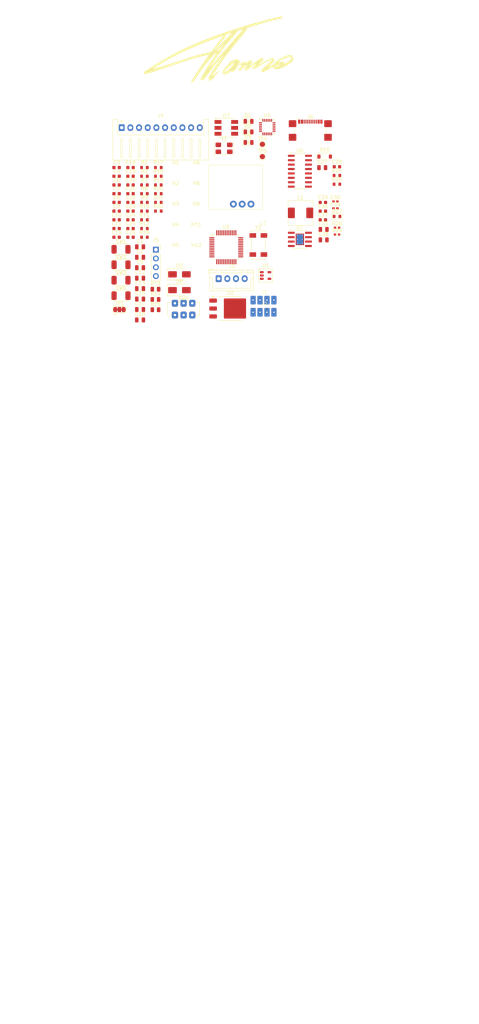
<source format=kicad_pcb>
(kicad_pcb (version 20241229) (generator "pcbnew") (generator_version "9.0")
  (layers (0 "F.Cu" signal) (2 "B.Cu" signal) (13 "F.Paste" user) (15 "B.Paste" user) (5 "F.SilkS" user "F.Silkscreen") (7 "B.SilkS" user "B.Silkscreen") (1 "F.Mask" user) (3 "B.Mask" user) (25 "Edge.Cuts" user))
  (net 0 "")
  (net 1 "+3.3V")
  (net 2 "GND")
  (net 3 "+5V")
  (net 4 "Net-(U4-REGOUT)")
  (net 5 "Net-(U4-CPOUT)")
  (net 6 "/NRST")
  (net 7 "/OSC_IN")
  (net 8 "/OSC_OUT")
  (net 9 "/RCC_IN")
  (net 10 "/RCC_OUT")
  (net 11 "/CN3903/Vsw")
  (net 12 "Net-(U7-SW)")
  (net 13 "Net-(U7-BST)")
  (net 14 "Net-(U7-FB)")
  (net 15 "Net-(D1-K)")
  (net 16 "Net-(D2-K)")
  (net 17 "Net-(D7-GK)")
  (net 18 "Net-(D7-RK)")
  (net 19 "Net-(D7-BK)")
  (net 20 "/VM")
  (net 21 "/Vb")
  (net 22 "Net-(D9-K)")
  (net 23 "/CH340C/VbusC")
  (net 24 "/ESC_M1")
  (net 25 "/ESC_M3")
  (net 26 "/ESC_M2")
  (net 27 "/Curr")
  (net 28 "/ESC_M4")
  (net 29 "/SWCLK")
  (net 30 "/SWDIO")
  (net 31 "/Data_2aux")
  (net 32 "/Data_SIG")
  (net 33 "/Data_S0")
  (net 34 "/Data_S3")
  (net 35 "/Data_S2")
  (net 36 "/Data_1aux")
  (net 37 "/Data_EN")
  (net 38 "/Data_S1")
  (net 40 "/CH340C/D+")
  (net 41 "/CH340C/CC1")
  (net 42 "/CH340C/CC2")
  (net 43 "/CH340C/D-")
  (net 45 "Net-(J5-Pin_4)")
  (net 46 "/LED_1")
  (net 47 "/LED_2")
  (net 48 "/PUSH_1")
  (net 49 "/PUSH_2")
  (net 50 "/RGB_B")
  (net 51 "/RGB_G")
  (net 52 "/RGB_R")
  (net 53 "/PUSH_3")
  (net 54 "Net-(U1-+)")
  (net 55 "/MPU_SCL")
  (net 56 "/MPU_SDA")
  (net 57 "Net-(U5-PB2)")
  (net 58 "Net-(SW5-B)")
  (net 59 "Net-(U5-BOOT0)")
  (net 60 "Net-(U7-EN)")
  (net 62 "/V_LiPo")
  (net 78 "/INT_MPU")
  (net 79 "/BL_TX")
  (net 80 "/IR")
  (net 81 "/BL_RX")
  (net 82 "/CH340C_TX")
  (net 83 "/CH340C_RX")
  (footprint "Capacitor_SMD:C_0603_1608Metric" (layer "F.Cu") (at 68.38 94.87)
    (property "Reference" "C8" (at 0 -1.43 0) (layer "F.SilkS"))
    (property "Value" "1uF")
    (pad "1" smd roundrect (at -0.775 0) (size 0.9 0.95) (layers "F.Cu" "F.Mask" "F.Paste") (net 1 "+3.3V"))
    (pad "2" smd roundrect (at 0.775 0) (size 0.9 0.95) (layers "F.Cu" "F.Mask" "F.Paste") (net 2 "GND"))
  )
  (footprint "Diode_SMD:D_SMA" (layer "F.Cu") (at 86.485 115.6)
    (property "Reference" "D3" (at 0 -2.5 0) (layer "F.SilkS"))
    (property "Value" "SS14")
    (pad "1" smd roundrect (at -2 0) (size 2.5 1.8) (layers "F.Cu" "F.Mask" "F.Paste") (roundrect_rratio 0.1388888889) (net 3 "+5V"))
    (pad "2" smd roundrect (at 2 0) (size 2.5 1.8) (layers "F.Cu" "F.Mask" "F.Paste") (roundrect_rratio 0.1388888889) (net 11 "/CN3903/Vsw"))
  )
  (footprint "Capacitor_SMD:C_0603_1608Metric" (layer "F.Cu") (at 127.83 99.9)
    (property "Reference" "C37" (at 0 -1.43 0) (layer "F.SilkS"))
    (property "Value" "10uF")
    (pad "1" smd roundrect (at -0.775 0) (size 0.9 0.95) (layers "F.Cu" "F.Mask" "F.Paste") (net 21 "/Vb"))
    (pad "2" smd roundrect (at 0.775 0) (size 0.9 0.95) (layers "F.Cu" "F.Mask" "F.Paste") (net 2 "GND"))
  )
  (footprint "Connector_JST:JST_XH_S10B-XH-A_1x10_P2.50mm_Horizontal" (layer "F.Cu") (at 69.85 73.35)
    (property "Reference" "J4" (at 11.25 -3.51 0) (layer "F.SilkS"))
    (property "Value" "Sensors")
    (pad "1" thru_hole roundrect (at 0 0) (size 1.7 1.95) (drill 0.95) (layers "*.Cu" "*.Mask") (roundrect_rratio 0.147059) (net 31 "/Data_2aux"))
    (pad "2" thru_hole oval (at 2.5 0) (size 1.7 1.95) (drill 0.95) (layers "*.Cu" "*.Mask") (net 36 "/Data_1aux"))
    (pad "3" thru_hole oval (at 5 0) (size 1.7 1.95) (drill 0.95) (layers "*.Cu" "*.Mask") (net 32 "/Data_SIG"))
    (pad "4" thru_hole oval (at 7.5 0) (size 1.7 1.95) (drill 0.95) (layers "*.Cu" "*.Mask") (net 34 "/Data_S3"))
    (pad "5" thru_hole oval (at 10 0) (size 1.7 1.95) (drill 0.95) (layers "*.Cu" "*.Mask") (net 35 "/Data_S2"))
    (pad "6" thru_hole oval (at 12.5 0) (size 1.7 1.95) (drill 0.95) (layers "*.Cu" "*.Mask") (net 38 "/Data_S1"))
    (pad "7" thru_hole oval (at 15 0) (size 1.7 1.95) (drill 0.95) (layers "*.Cu" "*.Mask") (net 33 "/Data_S0"))
    (pad "8" thru_hole oval (at 17.5 0) (size 1.7 1.95) (drill 0.95) (layers "*.Cu" "*.Mask") (net 37 "/Data_EN"))
    (pad "9" thru_hole oval (at 20 0) (size 1.7 1.95) (drill 0.95) (layers "*.Cu" "*.Mask") (net 1 "+3.3V"))
    (pad "10" thru_hole oval (at 22.5 0) (size 1.7 1.95) (drill 0.95) (layers "*.Cu" "*.Mask") (net 2 "GND"))
  )
  (footprint "MixLib:LED_0805_2012Metric" (layer "F.Cu") (at 106.27 71.555)
    (property "Reference" "D1" (at -0.07 -1.82 0) (layer "F.SilkS"))
    (property "Value" "LED_1")
    (pad "1" smd roundrect (at -0.7875 -0.02) (size 0.975 1.4) (layers "F.Cu" "F.Mask" "F.Paste") (net 15 "Net-(D1-K)"))
    (pad "2" smd roundrect (at 1.0875 -0.02) (size 0.975 1.4) (layers "F.Cu" "F.Mask" "F.Paste") (net 1 "+3.3V"))
  )
  (footprint "MountingHole:MountingHole_2.2mm_M2" (layer "F.Cu") (at 85.39 86.55)
    (property "Reference" "H1" (at 0 -3.15 0) (layer "F.SilkS"))
    (property "Value" "M2")
    (pad "" np_thru_hole circle (at 0 0) (size 2.2 2.2) (drill 2.2) (layers "*.Cu" "*.Mask"))
  )
  (footprint "Capacitor_SMD:C_0603_1608Metric" (layer "F.Cu") (at 127.83 94.88)
    (property "Reference" "C29" (at 0 -1.43 0) (layer "F.SilkS"))
    (property "Value" "100nF")
    (pad "1" smd roundrect (at -0.775 0) (size 0.9 0.95) (layers "F.Cu" "F.Mask" "F.Paste") (net 21 "/Vb"))
    (pad "2" smd roundrect (at 0.775 0) (size 0.9 0.95) (layers "F.Cu" "F.Mask" "F.Paste") (net 2 "GND"))
  )
  (footprint "TestPoint:TestPoint_Pad_D1.5mm" (layer "F.Cu") (at 110.4 81.69)
    (property "Reference" "TP5" (at 0 -1.648 0) (layer "F.SilkS"))
    (property "Value" "3V3")
    (pad "1" smd circle (at 0 0) (size 1.5 1.5) (layers "F.Cu" "F.Mask") (net 1 "+3.3V"))
  )
  (footprint "MountingHole:MountingHole_2.2mm_M2" (layer "F.Cu") (at 85.39 92.5)
    (property "Reference" "H2" (at 0 -3.15 0) (layer "F.SilkS"))
    (property "Value" "M2")
    (pad "" np_thru_hole circle (at 0 0) (size 2.2 2.2) (drill 2.2) (layers "*.Cu" "*.Mask"))
  )
  (footprint "Capacitor_SMD:C_0603_1608Metric" (layer "F.Cu") (at 72.39 104.91)
    (property "Reference" "C26" (at 0 -1.43 0) (layer "F.SilkS"))
    (property "Value" "100nF")
    (pad "1" smd roundrect (at -0.775 0) (size 0.9 0.95) (layers "F.Cu" "F.Mask" "F.Paste") (net 1 "+3.3V"))
    (pad "2" smd roundrect (at 0.775 0) (size 0.9 0.95) (layers "F.Cu" "F.Mask" "F.Paste") (net 2 "GND"))
  )
  (footprint "Resistor_SMD:R_0603_1608Metric" (layer "F.Cu") (at 76.4 102.4)
    (property "Reference" "R12" (at 0 -1.43 0) (layer "F.SilkS"))
    (property "Value" "10k")
    (pad "1" smd roundrect (at -0.825 0) (size 0.8 0.95) (layers "F.Cu" "F.Mask" "F.Paste") (net 2 "GND"))
    (pad "2" smd roundrect (at 0.825 0) (size 0.8 0.95) (layers "F.Cu" "F.Mask" "F.Paste") (net 53 "/PUSH_3"))
  )
  (footprint "Capacitor_SMD:C_0805_2012Metric" (layer "F.Cu") (at 75.15 122.72)
    (property "Reference" "C15" (at 0 -1.68 0) (layer "F.SilkS"))
    (property "Value" "1uF")
    (pad "1" smd roundrect (at -0.95 0) (size 1 1.45) (layers "F.Cu" "F.Mask" "F.Paste") (net 1 "+3.3V"))
    (pad "2" smd roundrect (at 0.95 0) (size 1 1.45) (layers "F.Cu" "F.Mask" "F.Paste") (net 2 "GND"))
  )
  (footprint "MountingHole:MountingHole_2.2mm_M2" (layer "F.Cu") (at 85.39 98.45)
    (property "Reference" "H3" (at 0 -3.15 0) (layer "F.SilkS"))
    (property "Value" "M2")
    (pad "" np_thru_hole circle (at 0 0) (size 2.2 2.2) (drill 2.2) (layers "*.Cu" "*.Mask"))
  )
  (footprint "Resistor_SMD:R_0603_1608Metric" (layer "F.Cu") (at 80.41 87.34)
    (property "Reference" "R18" (at 0 -1.43 0) (layer "F.SilkS"))
    (property "Value" "4.7k")
    (pad "1" smd roundrect (at -0.825 0) (size 0.8 0.95) (layers "F.Cu" "F.Mask" "F.Paste") (net 56 "/MPU_SDA"))
    (pad "2" smd roundrect (at 0.825 0) (size 0.8 0.95) (layers "F.Cu" "F.Mask" "F.Paste") (net 1 "+3.3V"))
  )
  (footprint "Package_QFP:LQFP-48_7x7mm_P0.5mm" (layer "F.Cu") (at 99.99 107.8)
    (property "Reference" "U5" (at 0 -5.85 0) (layer "F.SilkS"))
    (property "Value" "STM32F103C8Tx")
    (pad "1" smd roundrect (at -4.1625 -2.75) (size 1.475 0.3) (layers "F.Cu" "F.Mask" "F.Paste") (net 1 "+3.3V"))
    (pad "2" smd roundrect (at -4.1625 -2.25) (size 1.475 0.3) (layers "F.Cu" "F.Mask" "F.Paste"))
    (pad "3" smd roundrect (at -4.1625 -1.75) (size 1.475 0.3) (layers "F.Cu" "F.Mask" "F.Paste") (net 9 "/RCC_IN"))
    (pad "4" smd roundrect (at -4.1625 -1.25) (size 1.475 0.3) (layers "F.Cu" "F.Mask" "F.Paste") (net 10 "/RCC_OUT"))
    (pad "5" smd roundrect (at -4.1625 -0.75) (size 1.475 0.3) (layers "F.Cu" "F.Mask" "F.Paste") (net 7 "/OSC_IN"))
    (pad "6" smd roundrect (at -4.1625 -0.25) (size 1.475 0.3) (layers "F.Cu" "F.Mask" "F.Paste") (net 8 "/OSC_OUT"))
    (pad "7" smd roundrect (at -4.1625 0.25) (size 1.475 0.3) (layers "F.Cu" "F.Mask" "F.Paste") (net 6 "/NRST"))
    (pad "8" smd roundrect (at -4.1625 0.75) (size 1.475 0.3) (layers "F.Cu" "F.Mask" "F.Paste") (net 2 "GND"))
    (pad "9" smd roundrect (at -4.1625 1.25) (size 1.475 0.3) (layers "F.Cu" "F.Mask" "F.Paste") (net 1 "+3.3V"))
    (pad "10" smd roundrect (at -4.1625 1.75) (size 1.475 0.3) (layers "F.Cu" "F.Mask" "F.Paste") (net 37 "/Data_EN"))
    (pad "11" smd roundrect (at -4.1625 2.25) (size 1.475 0.3) (layers "F.Cu" "F.Mask" "F.Paste") (net 33 "/Data_S0"))
    (pad "12" smd roundrect (at -4.1625 2.75) (size 1.475 0.3) (layers "F.Cu" "F.Mask" "F.Paste") (net 38 "/Data_S1"))
    (pad "13" smd roundrect (at -2.75 4.1625) (size 0.3 1.475) (layers "F.Cu" "F.Mask" "F.Paste") (net 35 "/Data_S2"))
    (pad "14" smd roundrect (at -2.25 4.1625) (size 0.3 1.475) (layers "F.Cu" "F.Mask" "F.Paste") (net 34 "/Data_S3"))
    (pad "15" smd roundrect (at -1.75 4.1625) (size 0.3 1.475) (layers "F.Cu" "F.Mask" "F.Paste") (net 32 "/Data_SIG"))
    (pad "16" smd roundrect (at -1.25 4.1625) (size 0.3 1.475) (layers "F.Cu" "F.Mask" "F.Paste") (net 36 "/Data_1aux"))
    (pad "17" smd roundrect (at -0.75 4.1625) (size 0.3 1.475) (layers "F.Cu" "F.Mask" "F.Paste") (net 31 "/Data_2aux"))
    (pad "18" smd roundrect (at -0.25 4.1625) (size 0.3 1.475) (layers "F.Cu" "F.Mask" "F.Paste") (net 62 "/V_LiPo"))
    (pad "19" smd roundrect (at 0.25 4.1625) (size 0.3 1.475) (layers "F.Cu" "F.Mask" "F.Paste") (net 27 "/Curr"))
    (pad "20" smd roundrect (at 0.75 4.1625) (size 0.3 1.475) (layers "F.Cu" "F.Mask" "F.Paste") (net 57 "Net-(U5-PB2)"))
    (pad "21" smd roundrect (at 1.25 4.1625) (size 0.3 1.475) (layers "F.Cu" "F.Mask" "F.Paste") (net 81 "/BL_RX"))
    (pad "22" smd roundrect (at 1.75 4.1625) (size 0.3 1.475) (layers "F.Cu" "F.Mask" "F.Paste") (net 79 "/BL_TX"))
    (pad "23" smd roundrect (at 2.25 4.1625) (size 0.3 1.475) (layers "F.Cu" "F.Mask" "F.Paste") (net 2 "GND"))
    (pad "24" smd roundrect (at 2.75 4.1625) (size 0.3 1.475) (layers "F.Cu" "F.Mask" "F.Paste") (net 1 "+3.3V"))
    (pad "25" smd roundrect (at 4.1625 2.75) (size 1.475 0.3) (layers "F.Cu" "F.Mask" "F.Paste") (net 48 "/PUSH_1"))
    (pad "26" smd roundrect (at 4.1625 2.25) (size 1.475 0.3) (layers "F.Cu" "F.Mask" "F.Paste") (net 49 "/PUSH_2"))
    (pad "27" smd roundrect (at 4.1625 1.75) (size 1.475 0.3) (layers "F.Cu" "F.Mask" "F.Paste") (net 53 "/PUSH_3"))
    (pad "28" smd roundrect (at 4.1625 1.25) (size 1.475 0.3) (layers "F.Cu" "F.Mask" "F.Paste") (net 47 "/LED_2"))
    (pad "29" smd roundrect (at 4.1625 0.75) (size 1.475 0.3) (layers "F.Cu" "F.Mask" "F.Paste") (net 50 "/RGB_B"))
    (pad "30" smd roundrect (at 4.1625 0.25) (size 1.475 0.3) (layers "F.Cu" "F.Mask" "F.Paste") (net 83 "/CH340C_RX"))
    (pad "31" smd roundrect (at 4.1625 -0.25) (size 1.475 0.3) (layers "F.Cu" "F.Mask" "F.Paste") (net 82 "/CH340C_TX"))
    (pad "32" smd roundrect (at 4.1625 -0.75) (size 1.475 0.3) (layers "F.Cu" "F.Mask" "F.Paste") (net 51 "/RGB_G"))
    (pad "33" smd roundrect (at 4.1625 -1.25) (size 1.475 0.3) (layers "F.Cu" "F.Mask" "F.Paste") (net 52 "/RGB_R"))
    (pad "34" smd roundrect (at 4.1625 -1.75) (size 1.475 0.3) (layers "F.Cu" "F.Mask" "F.Paste") (net 30 "/SWDIO"))
    (pad "35" smd roundrect (at 4.1625 -2.25) (size 1.475 0.3) (layers "F.Cu" "F.Mask" "F.Paste") (net 2 "GND"))
    (pad "36" smd roundrect (at 4.1625 -2.75) (size 1.475 0.3) (layers "F.Cu" "F.Mask" "F.Paste") (net 1 "+3.3V"))
    (pad "37" smd roundrect (at 2.75 -4.1625) (size 0.3 1.475) (layers "F.Cu" "F.Mask" "F.Paste") (net 29 "/SWCLK"))
    (pad "38" smd roundrect (at 2.25 -4.1625) (size 0.3 1.475) (layers "F.Cu" "F.Mask" "F.Paste") (net 46 "/LED_1"))
    (pad "39" smd roundrect (at 1.75 -4.1625) (size 0.3 1.475) (layers "F.Cu" "F.Mask" "F.Paste") (net 28 "/ESC_M4"))
    (pad "40" smd roundrect (at 1.25 -4.1625) (size 0.3 1.475) (layers "F.Cu" "F.Mask" "F.Paste") (net 25 "/ESC_M3"))
    (pad "41" smd roundrect (at 0.75 -4.1625) (size 0.3 1.475) (layers "F.Cu" "F.Mask" "F.Paste") (net 26 "/ESC_M2"))
    (pad "42" smd roundrect (at 0.25 -4.1625) (size 0.3 1.475) (layers "F.Cu" "F.Mask" "F.Paste") (net 24 "/ESC_M1"))
    (pad "43" smd roundrect (at -0.25 -4.1625) (size 0.3 1.475) (layers "F.Cu" "F.Mask" "F.Paste") (net 80 "/IR"))
    (pad "44" smd roundrect (at -0.75 -4.1625) (size 0.3 1.475) (layers "F.Cu" "F.Mask" "F.Paste") (net 59 "Net-(U5-BOOT0)"))
    (pad "45" smd roundrect (at -1.25 -4.1625) (size 0.3 1.475) (layers "F.Cu" "F.Mask" "F.Paste") (net 55 "/MPU_SCL"))
    (pad "46" smd roundrect (at -1.75 -4.1625) (size 0.3 1.475) (layers "F.Cu" "F.Mask" "F.Paste") (net 56 "/MPU_SDA"))
    (pad "47" smd roundrect (at -2.25 -4.1625) (size 0.3 1.475) (layers "F.Cu" "F.Mask" "F.Paste") (net 2 "GND"))
    (pad "48" smd roundrect (at -2.75 -4.1625) (size 0.3 1.475) (layers "F.Cu" "F.Mask" "F.Paste") (net 1 "+3.3V"))
  )
  (footprint "Crystal:Crystal_SMD_Abracon_ABS25-4Pin_8.0x3.8mm" (layer "F.Cu") (at 109.24 107.15)
    (property "Reference" "Y2" (at 0 -5.08 0) (layer "F.SilkS"))
    (property "Value" "32.768KHz")
    (pad "1" smd rect (at -1.6 -2.75 270) (size 1.3 1.9) (layers "F.Cu" "F.Mask" "F.Paste") (net 9 "/RCC_IN"))
    (pad "2" smd rect (at -1.6 2.75 270) (size 1.3 1.9) (layers "F.Cu" "F.Mask" "F.Paste") (net 2 "GND"))
    (pad "3" smd rect (at 1.6 2.75 270) (size 1.3 1.9) (layers "F.Cu" "F.Mask" "F.Paste") (net 2 "GND"))
    (pad "4" smd rect (at 1.6 -2.75 270) (size 1.3 1.9) (layers "F.Cu" "F.Mask" "F.Paste") (net 10 "/RCC_OUT"))
  )
  (footprint "Resistor_SMD:R_0402_1005Metric_Pad0.72x0.64mm_HandSolder" (layer "F.Cu") (at 131.91 102.15)
    (property "Reference" "R28" (at 0 -1.17 0) (layer "F.SilkS"))
    (property "Value" "60k")
    (pad "1" smd roundrect (at -0.5975 0) (size 0.715 0.64) (layers "F.Cu" "F.Mask" "F.Paste") (net 11 "/CN3903/Vsw"))
    (pad "2" smd roundrect (at 0.5975 0) (size 0.715 0.64) (layers "F.Cu" "F.Mask" "F.Paste") (net 14 "Net-(U7-FB)"))
  )
  (footprint "PCM_Package_TO_SOT_SMD_AKL:SOT-23-5" (layer "F.Cu") (at 111.325 115.935)
    (property "Reference" "U1" (at 0 -2.9 0) (layer "F.SilkS"))
    (property "Value" "TL071HIDBV" (hide yes))
    (pad "1" smd roundrect (at -1.1 -0.95) (size 1.06 0.65) (layers "F.Cu" "F.Mask" "F.Paste") (net 62 "/V_LiPo"))
    (pad "2" smd roundrect (at -1.1 0) (size 1.06 0.65) (layers "F.Cu" "F.Mask" "F.Paste"))
    (pad "3" smd roundrect (at -1.1 0.95) (size 1.06 0.65) (layers "F.Cu" "F.Mask" "F.Paste") (net 54 "Net-(U1-+)"))
    (pad "4" smd roundrect (at 1.1 0.95) (size 1.06 0.65) (layers "F.Cu" "F.Mask" "F.Paste") (net 62 "/V_LiPo"))
    (pad "5" smd roundrect (at 1.1 -0.95) (size 1.06 0.65) (layers "F.Cu" "F.Mask" "F.Paste"))
  )
  (footprint "MixLib:SW_Push_Sw-3424p_Handsolder" (layer "F.Cu") (at 69.65 117.29)
    (property "Reference" "SW3" (at 0 -2.25 0) (layer "F.SilkS"))
    (property "Value" "PUSH_3")
    (pad "1" smd roundrect (at -2 0) (size 1.5 2.5) (layers "F.Cu" "F.Mask" "F.Paste") (net 1 "+3.3V"))
    (pad "2" smd roundrect (at 2 0) (size 1.5 2.5) (layers "F.Cu" "F.Mask" "F.Paste") (net 53 "/PUSH_3"))
  )
  (footprint "Resistor_SMD:R_0603_1608Metric" (layer "F.Cu") (at 76.4 99.89)
    (property "Reference" "R11" (at 0 -1.43 0) (layer "F.SilkS"))
    (property "Value" "1k")
    (pad "1" smd roundrect (at -0.825 0) (size 0.8 0.95) (layers "F.Cu" "F.Mask" "F.Paste") (net 18 "Net-(D7-RK)"))
    (pad "2" smd roundrect (at 0.825 0) (size 0.8 0.95) (layers "F.Cu" "F.Mask" "F.Paste") (net 52 "/RGB_R"))
  )
  (footprint "MountingHole:MountingHole_2.2mm_M2" (layer "F.Cu") (at 85.39 104.4)
    (property "Reference" "H4" (at 0 -3.15 0) (layer "F.SilkS"))
    (property "Value" "M2")
    (pad "" np_thru_hole circle (at 0 0) (size 2.2 2.2) (drill 2.2) (layers "*.Cu" "*.Mask"))
  )
  (footprint "MountingHole:MountingHole_2.2mm_M2" (layer "F.Cu") (at 91.34 110.35)
    (property "Reference" "H12" (at 0 -3.15 0) (layer "F.SilkS"))
    (property "Value" "M2")
    (pad "" np_thru_hole circle (at 0 0) (size 2.2 2.2) (drill 2.2) (layers "*.Cu" "*.Mask"))
  )
  (footprint "Capacitor_SMD:C_0603_1608Metric" (layer "F.Cu") (at 72.39 97.38)
    (property "Reference" "C23" (at 0 -1.43 0) (layer "F.SilkS"))
    (property "Value" "100nF")
    (pad "1" smd roundrect (at -0.775 0) (size 0.9 0.95) (layers "F.Cu" "F.Mask" "F.Paste") (net 1 "+3.3V"))
    (pad "2" smd roundrect (at 0.775 0) (size 0.9 0.95) (layers "F.Cu" "F.Mask" "F.Paste") (net 2 "GND"))
  )
  (footprint "MixLib:SW_Push_Sw-3424p_Handsolder" (layer "F.Cu") (at 69.65 108.39)
    (property "Reference" "SW1" (at 0 -2.25 0) (layer "F.SilkS"))
    (property "Value" "PUSH_1")
    (pad "1" smd roundrect (at -2 0) (size 1.5 2.5) (layers "F.Cu" "F.Mask" "F.Paste") (net 1 "+3.3V"))
    (pad "2" smd roundrect (at 2 0) (size 1.5 2.5) (layers "F.Cu" "F.Mask" "F.Paste") (net 48 "/PUSH_1"))
  )
  (footprint "Resistor_SMD:R_0805_2012Metric" (layer "F.Cu") (at 79.58 122.84)
    (property "Reference" "R14" (at 0 -1.65 0) (layer "F.SilkS"))
    (property "Value" "100k")
    (pad "1" smd roundrect (at -0.9125 0) (size 1.025 1.4) (layers "F.Cu" "F.Mask" "F.Paste") (roundrect_rratio 0.243902) (net 54 "Net-(U1-+)"))
    (pad "2" smd roundrect (at 0.9125 0) (size 1.025 1.4) (layers "F.Cu" "F.Mask" "F.Paste") (roundrect_rratio 0.243902) (net 2 "GND"))
  )
  (footprint "Capacitor_SMD:C_0603_1608Metric" (layer "F.Cu") (at 72.39 89.85)
    (property "Reference" "C20" (at 0 -1.43 0) (layer "F.SilkS"))
    (property "Value" "100nF")
    (pad "1" smd roundrect (at -0.775 0) (size 0.9 0.95) (layers "F.Cu" "F.Mask" "F.Paste") (net 1 "+3.3V"))
    (pad "2" smd roundrect (at 0.775 0) (size 0.9 0.95) (layers "F.Cu" "F.Mask" "F.Paste") (net 2 "GND"))
  )
  (footprint "Jumper:SolderJumper-3_P1.3mm_Bridged123_RoundedPad1.0x1.5mm" (layer "F.Cu") (at 69.2 125.74)
    (property "Reference" "JP1" (at 0 -1.8 0) (layer "F.SilkS"))
    (property "Value" "BL_PW")
    (fp_poly (pts (xy -0.9 -0.3) (xy -0.4 -0.3) (xy -0.4 0.3) (xy -0.9 0.3)) (fill yes) (layer "F.Cu"))
    (fp_poly (pts (xy 0.4 -0.3) (xy 0.9 -0.3) (xy 0.9 0.3) (xy 0.4 0.3)) (fill yes) (layer "F.Cu"))
    (pad "1" smd custom (at -1.3 0) (size 1 0.5) (layers "F.Cu" "F.Mask") (net 45 "Net-(J5-Pin_4)") (options (clearance outline) (anchor rect)) (primitives (gr_circle (center 0 0.25) (end 0.5 0.25) (width 0) (fill yes)) (gr_circle (center 0 -0.25) (end 0.5 -0.25) (width 0) (fill yes)) (gr_poly (pts (xy 0.55 0.75) (xy 0 0.75) (xy 0 -0.75) (xy 0.55 -0.75)) (width 0) (fill yes))))
    (pad "2" smd rect (at 0 0) (size 1 1.5) (layers "F.Cu" "F.Mask") (net 3 "+5V"))
    (pad "3" smd custom (at 1.3 0) (size 1 0.5) (layers "F.Cu" "F.Mask") (net 1 "+3.3V") (options (clearance outline) (anchor rect)) (primitives (gr_circle (center 0 0.25) (end 0.5 0.25) (width 0) (fill yes)) (gr_circle (center 0 -0.25) (end 0.5 -0.25) (width 0) (fill yes)) (gr_poly (pts (xy 0 0.75) (xy -0.55 0.75) (xy -0.55 -0.75) (xy 0 -0.75)) (width 0) (fill yes))))
  )
  (footprint "Resistor_SMD:R_0603_1608Metric" (layer "F.Cu") (at 131.88 87.12)
    (property "Reference" "R24" (at 0 -1.43 0) (layer "F.SilkS"))
    (property "Value" "5.1k")
    (pad "1" smd roundrect (at -0.825 0) (size 0.8 0.95) (layers "F.Cu" "F.Mask" "F.Paste") (net 2 "GND"))
    (pad "2" smd roundrect (at 0.825 0) (size 0.8 0.95) (layers "F.Cu" "F.Mask" "F.Paste") (net 41 "/CH340C/CC1"))
  )
  (footprint "Package_SO:SOIC-8-1EP_3.9x4.9mm_P1.27mm_EP2.41x3.3mm_ThermalVias" (layer "F.Cu") (at 121.2 105.53)
    (property "Reference" "U7" (at 0 -3.4 0) (layer "F.SilkS"))
    (property "Value" "CN3903")
    (pad "1" smd roundrect (at -2.475 -1.905) (size 1.95 0.6) (layers "F.Cu" "F.Mask" "F.Paste") (net 13 "Net-(U7-BST)"))
    (pad "2" smd roundrect (at -2.475 -0.635) (size 1.95 0.6) (layers "F.Cu" "F.Mask" "F.Paste") (net 21 "/Vb"))
    (pad "3" smd roundrect (at -2.475 0.635) (size 1.95 0.6) (layers "F.Cu" "F.Mask" "F.Paste") (net 12 "Net-(U7-SW)"))
    (pad "4" smd roundrect (at -2.475 1.905) (size 1.95 0.6) (layers "F.Cu" "F.Mask" "F.Paste") (net 2 "GND"))
    (pad "5" smd roundrect (at 2.475 1.905) (size 1.95 0.6) (layers "F.Cu" "F.Mask" "F.Paste") (net 14 "Net-(U7-FB)"))
    (pad "6" smd roundrect (at 2.475 0.635) (size 1.95 0.6) (layers "F.Cu" "F.Mask" "F.Paste"))
    (pad "7" smd roundrect (at 2.475 -0.635) (size 1.95 0.6) (layers "F.Cu" "F.Mask" "F.Paste") (net 60 "Net-(U7-EN)"))
    (pad "8" smd roundrect (at 2.475 -1.905) (size 1.95 0.6) (layers "F.Cu" "F.Mask" "F.Paste"))
    (pad "9" thru_hole circle (at -0.7 -1.2) (size 0.5 0.5) (drill 0.2) (property pad_prop_heatsink) (layers "*.Cu") (net 2 "GND"))
    (pad "9" thru_hole circle (at -0.7 0) (size 0.5 0.5) (drill 0.2) (property pad_prop_heatsink) (layers "*.Cu") (net 2 "GND"))
    (pad "9" thru_hole circle (at -0.7 1.2) (size 0.5 0.5) (drill 0.2) (property pad_prop_heatsink) (layers "*.Cu") (net 2 "GND"))
    (pad "9" smd rect (at 0 0) (size 1.9 2.9) (property pad_prop_heatsink) (layers "B.Cu") (net 2 "GND"))
    (pad "9" smd rect (at 0 0) (size 2.41 3.3) (property pad_prop_heatsink) (layers "F.Cu" "F.Mask") (net 2 "GND"))
    (pad "9" thru_hole circle (at 0.7 -1.2) (size 0.5 0.5) (drill 0.2) (property pad_prop_heatsink) (layers "*.Cu") (net 2 "GND"))
    (pad "9" thru_hole circle (at 0.7 0) (size 0.5 0.5) (drill 0.2) (property pad_prop_heatsink) (layers "*.Cu") (net 2 "GND"))
    (pad "9" thru_hole circle (at 0.7 1.2) (size 0.5 0.5) (drill 0.2) (property pad_prop_heatsink) (layers "*.Cu") (net 2 "GND"))
  )
  (footprint "Capacitor_SMD:C_0402_1005Metric_Pad0.74x0.62mm_HandSolder" (layer "F.Cu") (at 131.45 96.58)
    (property "Reference" "C39" (at 0 -1.16 0) (layer "F.SilkS"))
    (property "Value" "100nF")
    (pad "1" smd roundrect (at -0.5675 0) (size 0.735 0.62) (layers "F.Cu" "F.Mask" "F.Paste") (net 11 "/CN3903/Vsw"))
    (pad "2" smd roundrect (at 0.5675 0) (size 0.735 0.62) (layers "F.Cu" "F.Mask" "F.Paste") (net 14 "Net-(U7-FB)"))
  )
  (footprint "Resistor_SMD:R_0603_1608Metric" (layer "F.Cu") (at 80.41 92.36)
    (property "Reference" "R20" (at 0 -1.43 0) (layer "F.SilkS"))
    (property "Value" "10k")
    (pad "1" smd roundrect (at -0.825 0) (size 0.8 0.95) (layers "F.Cu" "F.Mask" "F.Paste") (net 2 "GND"))
    (pad "2" smd roundrect (at 0.825 0) (size 0.8 0.95) (layers "F.Cu" "F.Mask" "F.Paste") (net 57 "Net-(U5-PB2)"))
  )
  (footprint "Capacitor_SMD:C_0805_2012Metric" (layer "F.Cu") (at 75.15 125.73)
    (property "Reference" "C17" (at 0 -1.68 0) (layer "F.SilkS"))
    (property "Value" "1uF")
    (pad "1" smd roundrect (at -0.95 0) (size 1 1.45) (layers "F.Cu" "F.Mask" "F.Paste") (net 1 "+3.3V"))
    (pad "2" smd roundrect (at 0.95 0) (size 1 1.45) (layers "F.Cu" "F.Mask" "F.Paste") (net 2 "GND"))
  )
  (footprint "Capacitor_SMD:C_0603_1608Metric" (layer "F.Cu") (at 72.39 102.4)
    (property "Reference" "C25" (at 0 -1.43 0) (layer "F.SilkS"))
    (property "Value" "20pF")
    (pad "1" smd roundrect (at -0.775 0) (size 0.9 0.95) (layers "F.Cu" "F.Mask" "F.Paste") (net 10 "/RCC_OUT"))
    (pad "2" smd roundrect (at 0.775 0) (size 0.9 0.95) (layers "F.Cu" "F.Mask" "F.Paste") (net 2 "GND"))
  )
  (footprint "Resistor_SMD:R_0402_1005Metric_Pad0.72x0.64mm_HandSolder" (layer "F.Cu") (at 131.91 104.14)
    (property "Reference" "R29" (at 0 -1.17 0) (layer "F.SilkS"))
    (property "Value" "45K")
    (pad "1" smd roundrect (at -0.5975 0) (size 0.715 0.64) (layers "F.Cu" "F.Mask" "F.Paste") (net 2 "GND"))
    (pad "2" smd roundrect (at 0.5975 0) (size 0.715 0.64) (layers "F.Cu" "F.Mask" "F.Paste") (net 14 "Net-(U7-FB)"))
  )
  (footprint "Capacitor_SMD:C_0805_2012Metric" (layer "F.Cu") (at 75.15 113.69)
    (property "Reference" "C5" (at 0 -1.68 0) (layer "F.SilkS"))
    (property "Value" "10uF")
    (pad "1" smd roundrect (at -0.95 0) (size 1 1.45) (layers "F.Cu" "F.Mask" "F.Paste") (net 1 "+3.3V"))
    (pad "2" smd roundrect (at 0.95 0) (size 1 1.45) (layers "F.Cu" "F.Mask" "F.Paste") (net 2 "GND"))
  )
  (footprint "Connector_PinSocket_2.54mm:PinSocket_1x04_P2.54mm_Vertical" (layer "F.Cu") (at 79.7 108.49)
    (property "Reference" "J5" (at 0 -2.77 0) (layer "F.SilkS"))
    (property "Value" "HC05")
    (pad "1" thru_hole rect (at 0 0) (size 1.7 1.7) (drill 1) (layers "*.Cu" "*.Mask") (net 81 "/BL_RX"))
    (pad "2" thru_hole circle (at 0 2.54) (size 1.7 1.7) (drill 1) (layers "*.Cu" "*.Mask") (net 79 "/BL_TX"))
    (pad "3" thru_hole circle (at 0 5.08) (size 1.7 1.7) (drill 1) (layers "*.Cu" "*.Mask") (net 2 "GND"))
    (pad "4" thru_hole circle (at 0 7.62) (size 1.7 1.7) (drill 1) (layers "*.Cu" "*.Mask") (net 45 "Net-(J5-Pin_4)"))
  )
  (footprint "Package_TO_SOT_SMD:TO-252-3_TabPin2" (layer "F.Cu") (at 101.23 125.445)
    (property "Reference" "U2" (at 0 -4.5 0) (layer "F.SilkS"))
    (property "Value" "AMS1117CD-3.3")
    (pad "1" smd roundrect (at -5.04 -2.28) (size 2.2 1.2) (layers "F.Cu" "F.Mask" "F.Paste") (roundrect_rratio 0.208333) (net 2 "GND"))
    (pad "2" smd roundrect (at -5.04 0) (size 2.2 1.2) (layers "F.Cu" "F.Mask" "F.Paste") (roundrect_rratio 0.208333) (net 1 "+3.3V"))
    (pad "2" smd roundrect (at 1.26 0) (size 6.4 5.8) (layers "F.Cu" "F.Mask") (roundrect_rratio 0.043103) (net 1 "+3.3V"))
    (pad "3" smd roundrect (at -5.04 2.28) (size 2.2 1.2) (layers "F.Cu" "F.Mask" "F.Paste") (roundrect_rratio 0.208333) (net 3 "+5V"))
  )
  (footprint "Capacitor_SMD:C_0603_1608Metric" (layer "F.Cu") (at 72.39 92.36)
    (property "Reference" "C21" (at 0 -1.43 0) (layer "F.SilkS"))
    (property "Value" "100nF")
    (pad "1" smd roundrect (at -0.775 0) (size 0.9 0.95) (layers "F.Cu" "F.Mask" "F.Paste") (net 1 "+3.3V"))
    (pad "2" smd roundrect (at 0.775 0) (size 0.9 0.95) (layers "F.Cu" "F.Mask" "F.Paste") (net 2 "GND"))
  )
  (footprint "Resistor_SMD:R_0603_1608Metric" (layer "F.Cu") (at 76.4 94.87)
    (property "Reference" "R9" (at 0 -1.43 0) (layer "F.SilkS"))
    (property "Value" "1k")
    (pad "1" smd roundrect (at -0.825 0) (size 0.8 0.95) (layers "F.Cu" "F.Mask" "F.Paste") (net 19 "Net-(D7-BK)"))
    (pad "2" smd roundrect (at 0.825 0) (size 0.8 0.95) (layers "F.Cu" "F.Mask" "F.Paste") (net 50 "/RGB_B"))
  )
  (footprint "TestPoint:TestPoint_Pad_D1.5mm" (layer "F.Cu") (at 110.4 78.14)
    (property "Reference" "TP4" (at 0 -1.648 0) (layer "F.SilkS"))
    (property "Value" "GND")
    (pad "1" smd circle (at 0 0) (size 1.5 1.5) (layers "F.Cu" "F.Mask") (net 2 "GND"))
  )
  (footprint "Capacitor_SMD:C_0805_2012Metric" (layer "F.Cu") (at 75.15 110.68)
    (property "Reference" "C2" (at 0 -1.68 0) (layer "F.SilkS"))
    (property "Value" "10uF")
    (pad "1" smd roundrect (at -0.95 0) (size 1 1.45) (layers "F.Cu" "F.Mask" "F.Paste") (net 3 "+5V"))
    (pad "2" smd roundrect (at 0.95 0) (size 1 1.45) (layers "F.Cu" "F.Mask" "F.Paste") (net 2 "GND"))
  )
  (footprint "Resistor_SMD:R_0603_1608Metric" (layer "F.Cu") (at 131.88 89.63)
    (property "Reference" "R26" (at 0 -1.43 0) (layer "F.SilkS"))
    (property "Value" "5.1k")
    (pad "1" smd roundrect (at -0.825 0) (size 0.8 0.95) (layers "F.Cu" "F.Mask" "F.Paste") (net 2 "GND"))
    (pad "2" smd roundrect (at 0.825 0) (size 0.8 0.95) (layers "F.Cu" "F.Mask" "F.Paste") (net 42 "/CH340C/CC2"))
  )
  (footprint "Resistor_SMD:R_0603_1608Metric" (layer "F.Cu") (at 80.41 89.85)
    (property "Reference" "R19" (at 0 -1.43 0) (layer "F.SilkS"))
    (property "Value" "10k")
    (pad "1" smd roundrect (at -0.825 0) (size 0.8 0.95) (layers "F.Cu" "F.Mask" "F.Paste") (net 6 "/NRST"))
    (pad "2" smd roundrect (at 0.825 0) (size 0.8 0.95) (layers "F.Cu" "F.Mask" "F.Paste") (net 1 "+3.3V"))
  )
  (footprint "Capacitor_SMD:C_0603_1608Metric" (layer "F.Cu") (at 68.38 97.38)
    (property "Reference" "C9" (at 0 -1.43 0) (layer "F.SilkS"))
    (property "Value" "100nF")
    (pad "1" smd roundrect (at -0.775 0) (size 0.9 0.95) (layers "F.Cu" "F.Mask" "F.Paste") (net 1 "+3.3V"))
    (pad "2" smd roundrect (at 0.775 0) (size 0.9 0.95) (layers "F.Cu" "F.Mask" "F.Paste") (net 2 "GND"))
  )
  (footprint "MixLib:LED_0805_2012Metric" (layer "F.Cu") (at 106.27 77.635)
    (property "Reference" "D9" (at -0.07 -1.82 0) (layer "F.SilkS"))
    (property "Value" "LED_ON")
    (pad "1" smd roundrect (at -0.7875 -0.02) (size 0.975 1.4) (layers "F.Cu" "F.Mask" "F.Paste") (net 22 "Net-(D9-K)"))
    (pad "2" smd roundrect (at 1.0875 -0.02) (size 0.975 1.4) (layers "F.Cu" "F.Mask" "F.Paste") (net 1 "+3.3V"))
  )
  (footprint "Sensor_Motion:InvenSense_QFN-24_4x4mm_P0.5mm" (layer "F.Cu") (at 111.8 73.19)
    (property "Reference" "U4" (at 0 -3.375 0) (layer "F.SilkS"))
    (property "Value" "MPU-6050")
    (pad "1" smd roundrect (at -1.95 -1.25) (size 0.85 0.3) (layers "F.Cu" "F.Mask" "F.Paste") (net 2 "GND"))
    (pad "2" smd roundrect (at -1.95 -0.75) (size 0.85 0.3) (layers "F.Cu" "F.Mask" "F.Paste"))
    (pad "3" smd roundrect (at -1.95 -0.25) (size 0.85 0.3) (layers "F.Cu" "F.Mask" "F.Paste"))
    (pad "4" smd roundrect (at -1.95 0.25) (size 0.85 0.3) (layers "F.Cu" "F.Mask" "F.Paste"))
    (pad "5" smd roundrect (at -1.95 0.75) (size 0.85 0.3) (layers "F.Cu" "F.Mask" "F.Paste"))
    (pad "6" smd roundrect (at -1.95 1.25) (size 0.85 0.3) (layers "F.Cu" "F.Mask" "F.Paste"))
    (pad "7" smd roundrect (at -1.25 1.95 90) (size 0.85 0.3) (layers "F.Cu" "F.Mask" "F.Paste"))
    (pad "8" smd roundrect (at -0.75 1.95 90) (size 0.85 0.3) (layers "F.Cu" "F.Mask" "F.Paste") (net 1 "+3.3V"))
    (pad "9" smd roundrect (at -0.25 1.95 90) (size 0.85 0.3) (layers "F.Cu" "F.Mask" "F.Paste") (net 2 "GND"))
    (pad "10" smd roundrect (at 0.25 1.95 90) (size 0.85 0.3) (layers "F.Cu" "F.Mask" "F.Paste") (net 4 "Net-(U4-REGOUT)"))
    (pad "11" smd roundrect (at 0.75 1.95 90) (size 0.85 0.3) (layers "F.Cu" "F.Mask" "F.Paste"))
    (pad "12" smd roundrect (at 1.25 1.95 90) (size 0.85 0.3) (layers "F.Cu" "F.Mask" "F.Paste") (net 78 "/INT_MPU"))
    (pad "13" smd roundrect (at 1.95 1.25) (size 0.85 0.3) (layers "F.Cu" "F.Mask" "F.Paste") (net 1 "+3.3V"))
    (pad "14" smd roundrect (at 1.95 0.75) (size 0.85 0.3) (layers "F.Cu" "F.Mask" "F.Paste"))
    (pad "15" smd roundrect (at 1.95 0.25) (size 0.85 0.3) (layers "F.Cu" "F.Mask" "F.Paste"))
    (pad "16" smd roundrect (at 1.95 -0.25) (size 0.85 0.3) (layers "F.Cu" "F.Mask" "F.Paste"))
    (pad "17" smd roundrect (at 1.95 -0.75) (size 0.85 0.3) (layers "F.Cu" "F.Mask" "F.Paste"))
    (pad "18" smd roundrect (at 1.95 -1.25) (size 0.85 0.3) (layers "F.Cu" "F.Mask" "F.Paste") (net 2 "GND"))
    (pad "19" smd roundrect (at 1.25 -1.95 90) (size 0.85 0.3) (layers "F.Cu" "F.Mask" "F.Paste"))
    (pad "20" smd roundrect (at 0.75 -1.95 90) (size 0.85 0.3) (layers "F.Cu" "F.Mask" "F.Paste") (net 5 "Net-(U4-CPOUT)"))
    (pad "21" smd roundrect (at 0.25 -1.95 90) (size 0.85 0.3) (layers "F.Cu" "F.Mask" "F.Paste"))
    (pad "22" smd roundrect (at -0.25 -1.95 90) (size 0.85 0.3) (layers "F.Cu" "F.Mask" "F.Paste"))
    (pad "23" smd roundrect (at -0.75 -1.95 90) (size 0.85 0.3) (layers "F.Cu" "F.Mask" "F.Paste") (net 55 "/MPU_SCL"))
    (pad "24" smd roundrect (at -1.25 -1.95 90) (size 0.85 0.3) (layers "F.Cu" "F.Mask" "F.Paste") (net 56 "/MPU_SDA"))
  )
  (footprint "Capacitor_SMD:C_0603_1608Metric" (layer "F.Cu") (at 68.38 92.36)
    (property "Reference" "C7" (at 0 -1.43 0) (layer "F.SilkS"))
    (property "Value" "1uF")
    (pad "1" smd roundrect (at -0.775 0) (size 0.9 0.95) (layers "F.Cu" "F.Mask" "F.Paste") (net 1 "+3.3V"))
    (pad "2" smd roundrect (at 0.775 0) (size 0.9 0.95) (layers "F.Cu" "F.Mask" "F.Paste") (net 2 "GND"))
  )
  (footprint "Resistor_SMD:R_0603_1608Metric" (layer "F.Cu") (at 76.4 87.34)
    (property "Reference" "R2" (at 0 -1.43 0) (layer "F.SilkS"))
    (property "Value" "1k")
    (pad "1" smd roundrect (at -0.825 0) (size 0.8 0.95) (layers "F.Cu" "F.Mask" "F.Paste") (net 16 "Net-(D2-K)"))
    (pad "2" smd roundrect (at 0.825 0) (size 0.8 0.95) (layers "F.Cu" "F.Mask" "F.Paste") (net 47 "/LED_2"))
  )
  (footprint "MixLib:pad_smd_x4" (layer "F.Cu") (at 110.715 126.575)
    (property "Reference" "J2" (at 0.25 -2.45 0) (layer "F.SilkS") (effects (font (thickness 0.1))))
    (property "Value" "ESC_M")
    (pad "1" thru_hole roundrect (at -3 -0.05 90) (size 2.5 1.5) (drill 0.4) (layers "*.Cu" "*.Mask") (roundrect_rratio 0.15) (net 2 "GND"))
    (pad "2" thru_hole roundrect (at -1 -0.05 90) (size 2.5 1.5) (drill 0.4) (layers "*.Cu" "*.Mask") (roundrect_rratio 0.15) (net 20 "/VM"))
    (pad "3" thru_hole roundrect (at 1 -0.05 90) (size 2.5 1.5) (drill 0.4) (layers "*.Cu" "*.Mask") (roundrect_rratio 0.15) (net 2 "GND"))
    (pad "4" thru_hole roundrect (at 3 -0.05 90) (size 2.5 1.5) (drill 0.4) (layers "*.Cu" "*.Mask") (roundrect_rratio 0.15) (net 27 "/Curr"))
  )
  (footprint "Resistor_SMD:R_0603_1608Metric" (layer "F.Cu") (at 76.4 104.91)
    (property "Reference" "R16" (at 0 -1.43 0) (layer "F.SilkS"))
    (property "Value" "1k")
    (pad "1" smd roundrect (at -0.825 0) (size 0.8 0.95) (layers "F.Cu" "F.Mask" "F.Paste") (net 22 "Net-(D9-K)"))
    (pad "2" smd roundrect (at 0.825 0) (size 0.8 0.95) (layers "F.Cu" "F.Mask" "F.Paste") (net 2 "GND"))
  )
  (footprint "Inductor_SMD:L_Wuerth_HCM-7050" (layer "F.Cu") (at 121.4 97.9)
    (property "Reference" "L1" (at 0 -4.45 0) (layer "F.SilkS"))
    (property "Value" "4.7uH")
    (pad "1" smd roundrect (at -2.65 0) (size 2 3.05) (layers "F.Cu" "F.Mask" "F.Paste") (roundrect_rratio 0.125) (net 12 "Net-(U7-SW)"))
    (pad "2" smd roundrect (at 2.65 0) (size 2 3.05) (layers "F.Cu" "F.Mask" "F.Paste") (roundrect_rratio 0.125) (net 11 "/CN3903/Vsw"))
  )
  (footprint "Resistor_SMD:R_0603_1608Metric" (layer "F.Cu") (at 76.4 89.85)
    (property "Reference" "R7" (at 0 -1.43 0) (layer "F.SilkS"))
    (property "Value" "10k")
    (pad "1" smd roundrect (at -0.825 0) (size 0.8 0.95) (layers "F.Cu" "F.Mask" "F.Paste") (net 2 "GND"))
    (pad "2" smd roundrect (at 0.825 0) (size 0.8 0.95) (layers "F.Cu" "F.Mask" "F.Paste") (net 48 "/PUSH_1"))
  )
  (footprint "MixLib:pad_smd_x4" (layer "F.Cu") (at 110.715 123.075)
    (property "Reference" "J1" (at 0.25 -2.45 0) (layer "F.SilkS") (effects (font (thickness 0.1))))
    (property "Value" "ESC")
    (pad "1" thru_hole roundrect (at -3 -0.05 90) (size 2.5 1.5) (drill 0.4) (layers "*.Cu" "*.Mask") (roundrect_rratio 0.15) (net 24 "/ESC_M1"))
    (pad "2" thru_hole roundrect (at -1 -0.05 90) (size 2.5 1.5) (drill 0.4) (layers "*.Cu" "*.Mask") (roundrect_rratio 0.15) (net 26 "/ESC_M2"))
    (pad "3" thru_hole roundrect (at 1 -0.05 90) (size 2.5 1.5) (drill 0.4) (layers "*.Cu" "*.Mask") (roundrect_rratio 0.15) (net 25 "/ESC_M3"))
    (pad "4" thru_hole roundrect (at 3 -0.05 90) (size 2.5 1.5) (drill 0.4) (layers "*.Cu" "*.Mask") (roundrect_rratio 0.15) (net 28 "/ESC_M4"))
  )
  (footprint "Capacitor_SMD:C_0603_1608Metric" (layer "F.Cu") (at 72.39 99.89)
    (property "Reference" "C24" (at 0 -1.43 0) (layer "F.SilkS"))
    (property "Value" "100nF")
    (pad "1" smd roundrect (at -0.775 0) (size 0.9 0.95) (layers "F.Cu" "F.Mask" "F.Paste") (net 1 "+3.3V"))
    (pad "2" smd roundrect (at 0.775 0) (size 0.9 0.95) (layers "F.Cu" "F.Mask" "F.Paste") (net 2 "GND"))
  )
  (footprint "LED_SMD:LED_RGB_5050-6" (layer "F.Cu") (at 100 73.405)
    (property "Reference" "D7" (at 0 -3.5 180) (layer "F.SilkS"))
    (property "Value" "LED_RGB")
    (pad "1" smd rect (at -2.4 -1.7 90) (size 1.1 2) (layers "F.Cu" "F.Mask" "F.Paste") (net 18 "Net-(D7-RK)"))
    (pad "2" smd rect (at -2.4 0 90) (size 1.1 2) (layers "F.Cu" "F.Mask" "F.Paste") (net 17 "Net-(D7-GK)"))
    (pad "3" smd rect (at -2.4 1.7 90) (size 1.1 2) (layers "F.Cu" "F.Mask" "F.Paste") (net 19 "Net-(D7-BK)"))
    (pad "4" smd rect (at 2.4 1.7 90) (size 1.1 2) (layers "F.Cu" "F.Mask" "F.Paste") (net 1 "+3.3V"))
    (pad "5" smd rect (at 2.4 0 90) (size 1.1 2) (layers "F.Cu" "F.Mask" "F.Paste") (net 1 "+3.3V"))
    (pad "6" smd rect (at 2.4 -1.7 90) (size 1.1 2) (layers "F.Cu" "F.Mask" "F.Paste") (net 1 "+3.3V"))
  )
  (footprint "Capacitor_SMD:C_0603_1608Metric" (layer "F.Cu") (at 68.38 87.34)
    (property "Reference" "C4" (at 0 -1.43 0) (layer "F.SilkS"))
    (property "Value" "100nF")
    (pad "1" smd roundrect (at -0.775 0) (size 0.9 0.95) (layers "F.Cu" "F.Mask" "F.Paste") (net 1 "+3.3V"))
    (pad "2" smd roundrect (at 0.775 0) (size 0.9 0.95) (layers "F.Cu" "F.Mask" "F.Paste") (net 2 "GND"))
  )
  (footprint "Resistor_SMD:R_0805_2012Metric" (layer "F.Cu") (at 79.58 125.79)
    (property "Reference" "R15" (at 0 -1.65 0) (layer "F.SilkS"))
    (property "Value" ">20k")
    (pad "1" smd roundrect (at -0.9125 0) (size 1.025 1.4) (layers "F.Cu" "F.Mask" "F.Paste") (roundrect_rratio 0.243902) (net 1 "+3.3V"))
    (pad "2" smd roundrect (at 0.9125 0) (size 1.025 1.4) (layers "F.Cu" "F.Mask" "F.Paste") (roundrect_rratio 0.243902) (net 2 "GND"))
  )
  (footprint "MountingHole:MountingHole_2.2mm_M2" (layer "F.Cu") (at 85.39 110.35)
    (property "Reference" "H5" (at 0 -3.15 0) (layer "F.SilkS"))
    (property "Value" "M2")
    (pad "" np_thru_hole circle (at 0 0) (size 2.2 2.2) (drill 2.2) (layers "*.Cu" "*.Mask"))
  )
  (footprint "Capacitor_SMD:C_0805_2012Metric" (layer "F.Cu") (at 75.15 128.74)
    (property "Reference" "C18" (at 0 -1.68 0) (layer "F.SilkS"))
    (property "Value" "1uF")
    (pad "1" smd roundrect (at -0.95 0) (size 1 1.45) (layers "F.Cu" "F.Mask" "F.Paste") (net 1 "+3.3V"))
    (pad "2" smd roundrect (at 0.95 0) (size 1 1.45) (layers "F.Cu" "F.Mask" "F.Paste") (net 2 "GND"))
  )
  (footprint "Diode_SMD:D_SOD-123" (layer "F.Cu") (at 128.345 81.68)
    (property "Reference" "D10" (at 0 -2 0) (layer "F.SilkS"))
    (property "Value" "SS14")
    (pad "1" smd roundrect (at -1.65 0) (size 0.9 1.2) (layers "F.Cu" "F.Mask" "F.Paste") (net 21 "/Vb"))
    (pad "2" smd roundrect (at 1.65 0) (size 0.9 1.2) (layers "F.Cu" "F.Mask" "F.Paste") (net 23 "/CH340C/VbusC"))
  )
  (footprint "Resistor_SMD:R_0603_1608Metric" (layer "F.Cu") (at 80.41 84.83)
    (property "Reference" "R17" (at 0 -1.43 0) (layer "F.SilkS"))
    (property "Value" "4.7k")
    (pad "1" smd roundrect (at -0.825 0) (size 0.8 0.95) (layers "F.Cu" "F.Mask" "F.Paste") (net 55 "/MPU_SCL"))
    (pad "2" smd roundrect (at 0.825 0) (size 0.8 0.95) (layers "F.Cu" "F.Mask" "F.Paste") (net 1 "+3.3V"))
  )
  (footprint "MountingHole:MountingHole_2.2mm_M2" (layer "F.Cu") (at 91.34 92.5)
    (property "Reference" "H8" (at 0 -3.15 0) (layer "F.SilkS"))
    (property "Value" "M2")
    (pad "" np_thru_hole circle (at 0 0) (size 2.2 2.2) (drill 2.2) (layers "*.Cu" "*.Mask"))
  )
  (footprint "Resistor_SMD:R_0603_1608Metric" (layer "F.Cu") (at 80.41 94.87)
    (property "Reference" "R21" (at 0 -1.43 0) (layer "F.SilkS"))
    (property "Value" "10k")
    (pad "1" smd roundrect (at -0.825 0) (size 0.8 0.95) (layers "F.Cu" "F.Mask" "F.Paste") (net 58 "Net-(SW5-B)"))
    (pad "2" smd roundrect (at 0.825 0) (size 0.8 0.95) (layers "F.Cu" "F.Mask" "F.Paste") (net 59 "Net-(U5-BOOT0)"))
  )
  (footprint "Capacitor_SMD:C_0402_1005Metric_Pad0.74x0.62mm_HandSolder" (layer "F.Cu") (at 131.45 94.61)
    (property "Reference" "C30" (at 0 -1.16 0) (layer "F.SilkS"))
    (property "Value" "100nF")
    (pad "1" smd roundrect (at -0.5675 0) (size 0.735 0.62) (layers "F.Cu" "F.Mask" "F.Paste") (net 13 "Net-(U7-BST)"))
    (pad "2" smd roundrect (at 0.5675 0) (size 0.735 0.62) (layers "F.Cu" "F.Mask" "F.Paste") (net 12 "Net-(U7-SW)"))
  )
  (footprint "Capacitor_SMD:C_0603_1608Metric" (layer "F.Cu") (at 72.39 84.83)
    (property "Reference" "C16" (at 0 -1.43 0) (layer "F.SilkS"))
    (property "Value" "20pF")
    (pad "1" smd roundrect (at -0.775 0) (size 0.9 0.95) (layers "F.Cu" "F.Mask" "F.Paste") (net 7 "/OSC_IN"))
    (pad "2" smd roundrect (at 0.775 0) (size 0.9 0.95) (layers "F.Cu" "F.Mask" "F.Paste") (net 2 "GND"))
  )
  (footprint "Capacitor_SMD:C_0805_2012Metric" (layer "F.Cu") (at 75.15 119.71)
    (property "Reference" "C13" (at 0 -1.68 0) (layer "F.SilkS"))
    (property "Value" "1uF")
    (pad "1" smd roundrect (at -0.95 0) (size 1 1.45) (layers "F.Cu" "F.Mask" "F.Paste") (net 1 "+3.3V"))
    (pad "2" smd roundrect (at 0.95 0) (size 1 1.45) (layers "F.Cu" "F.Mask" "F.Paste") (net 2 "GND"))
  )
  (footprint "MixLib:JSumo_Microstart" (layer "F.Cu") (at 110.565 101.375)
    (property "Reference" "U3" (at 0 -0.5 0) (layer "F.SilkS") (effects (font (thickness 0.1))))
    (property "Value" "VL1838")
    (pad "1" thru_hole circle (at -8.54 -6) (size 2 2) (drill 1) (layers "*.Cu" "*.Mask") (net 80 "/IR"))
    (pad "2" thru_hole circle (at -6 -6) (size 2 2) (drill 1) (layers "*.Cu" "*.Mask") (net 2 "GND"))
    (pad "3" thru_hole circle (at -3.46 -6) (size 2 2) (drill 1) (layers "*.Cu" "*.Mask") (net 1 "+3.3V"))
  )
  (footprint "Capacitor_SMD:C_0603_1608Metric" (layer "F.Cu") (at 68.38 104.91)
    (property "Reference" "C14" (at 0 -1.43 0) (layer "F.SilkS"))
    (property "Value" "100nF")
    (pad "1" smd roundrect (at -0.775 0) (size 0.9 0.95) (layers "F.Cu" "F.Mask" "F.Paste") (net 6 "/NRST"))
    (pad "2" smd roundrect (at 0.775 0) (size 0.9 0.95) (layers "F.Cu" "F.Mask" "F.Paste") (net 2 "GND"))
  )
  (footprint "Capacitor_SMD:C_0603_1608Metric" (layer "F.Cu") (at 68.38 89.85)
    (property "Reference" "C6" (at 0 -1.43 0) (layer "F.SilkS"))
    (property "Value" "100nF")
    (pad "1" smd roundrect (at -0.775 0) (size 0.9 0.95) (layers "F.Cu" "F.Mask" "F.Paste") (net 1 "+3.3V"))
    (pad "2" smd roundrect (at 0.775 0) (size 0.9 0.95) (layers "F.Cu" "F.Mask" "F.Paste") (net 2 "GND"))
  )
  (footprint "Diode_SMD:D_SMA" (layer "F.Cu") (at 86.485 120.15)
    (property "Reference" "D8" (at 0 -2.5 0) (layer "F.SilkS"))
    (property "Value" "SS14")
    (pad "1" smd roundrect (at -2 0) (size 2.5 1.8) (layers "F.Cu" "F.Mask" "F.Paste") (roundrect_rratio 0.1388888889) (net 21 "/Vb"))
    (pad "2" smd roundrect (at 2 0) (size 2.5 1.8) (layers "F.Cu" "F.Mask" "F.Paste") (roundrect_rratio 0.1388888889) (net 20 "/VM"))
  )
  (footprint "MountingHole:MountingHole_2.2mm_M2" (layer "F.Cu") (at 91.34 98.45)
    (property "Reference" "H9" (at 0 -3.15 0) (layer "F.SilkS"))
    (property "Value" "M2")
    (pad "" np_thru_hole circle (at 0 0) (size 2.2 2.2) (drill 2.2) (layers "*.Cu" "*.Mask"))
  )
  (footprint "MixLib:LED_0805_2012Metric" (layer "F.Cu") (at 106.27 74.595)
    (property "Reference" "D2" (at -0.07 -1.82 0) (layer "F.SilkS"))
    (property "Value" "LED_2")
    (pad "1" smd roundrect (at -0.7875 -0.02) (size 0.975 1.4) (layers "F.Cu" "F.Mask" "F.Paste") (net 16 "Net-(D2-K)"))
    (pad "2" smd roundrect (at 1.0875 -0.02) (size 0.975 1.4) (layers "F.Cu" "F.Mask" "F.Paste") (net 1 "+3.3V"))
  )
  (footprint "MountingHole:MountingHole_2.2mm_M2" (layer "F.Cu") (at 91.34 86.55)
    (property "Reference" "H6" (at 0 -3.15 0) (layer "F.SilkS"))
    (property "Value" "M2")
    (pad "" np_thru_hole circle (at 0 0) (size 2.2 2.2) (drill 2.2) (layers "*.Cu" "*.Mask"))
  )
  (footprint "Capacitor_SMD:C_0603_1608Metric" (layer "F.Cu") (at 131.88 84.61)
    (property "Reference" "C28" (at 0 -1.43 0) (layer "F.SilkS"))
    (property "Value" "100nF")
    (pad "1" smd roundrect (at -0.775 0) (size 0.9 0.95) (layers "F.Cu" "F.Mask" "F.Paste") (net 1 "+3.3V"))
    (pad "2" smd roundrect (at 0.775 0) (size 0.9 0.95) (layers "F.Cu" "F.Mask" "F.Paste") (net 2 "GND"))
  )
  (footprint "Resistor_SMD:R_0603_1608Metric" (layer "F.Cu") (at 76.4 97.38)
    (property "Reference" "R10" (at 0 -1.43 0) (layer "F.SilkS"))
    (property "Value" "1k")
    (pad "1" smd roundrect (at -0.825 0) (size 0.8 0.95) (layers "F.Cu" "F.Mask" "F.Paste") (net 17 "Net-(D7-GK)"))
    (pad "2" smd roundrect (at 0.825 0) (size 0.8 0.95) (layers "F.Cu" "F.Mask" "F.Paste") (net 51 "/RGB_G"))
  )
  (footprint "MixLib:SW_DPDT_SLIDE_THT" (layer "F.Cu") (at 87.69 125.625)
    (property "Reference" "SW5" (at 0 -3.05 0) (layer "F.SilkS"))
    (property "Value" "BOOT_SW")
    (pad "1" thru_hole roundrect (at -2.5 -1.7) (size 1.8 2) (drill 0.7) (layers "*.Cu" "*.Mask") (net 2 "GND"))
    (pad "2" thru_hole roundrect (at 0 -1.7) (size 1.8 2) (drill 0.7) (layers "*.Cu" "*.Mask") (net 58 "Net-(SW5-B)"))
    (pad "3" thru_hole roundrect (at 2.5 -1.7) (size 1.8 2) (drill 0.7) (layers "*.Cu" "*.Mask") (net 1 "+3.3V"))
    (pad "4" thru_hole roundrect (at -2.5 1.7) (size 1.8 2) (drill 0.7) (layers "*.Cu" "*.Mask"))
    (pad "5" thru_hole roundrect (at 0 1.7) (size 1.8 2) (drill 0.7) (layers "*.Cu" "*.Mask"))
    (pad "6" thru_hole roundrect (at 2.5 1.7) (size 1.8 2) (drill 0.7) (layers "*.Cu" "*.Mask"))
  )
  (footprint "Resistor_SMD:R_0603_1608Metric" (layer "F.Cu") (at 76.4 92.36)
    (property "Reference" "R8" (at 0 -1.43 0) (layer "F.SilkS"))
    (property "Value" "10k")
    (pad "1" smd roundrect (at -0.825 0) (size 0.8 0.95) (layers "F.Cu" "F.Mask" "F.Paste") (net 2 "GND"))
    (pad "2" smd roundrect (at 0.825 0) (size 0.8 0.95) (layers "F.Cu" "F.Mask" "F.Paste") (net 49 "/PUSH_2"))
  )
  (footprint "Connector_JST:JST_XH_B4B-XH-A_1x04_P2.50mm_Vertical" (layer "F.Cu") (at 97.79 116.85)
    (property "Reference" "J3" (at 3.75 -3.55 0) (layer "F.SilkS"))
    (property "Value" "SWD")
    (pad "1" thru_hole roundrect (at 0 0) (size 1.7 1.95) (drill 0.95) (layers "*.Cu" "*.Mask") (roundrect_rratio 0.147059) (net 2 "GND"))
    (pad "2" thru_hole oval (at 2.5 0) (size 1.7 1.95) (drill 0.95) (layers "*.Cu" "*.Mask") (net 29 "/SWCLK"))
    (pad "3" thru_hole oval (at 5 0) (size 1.7 1.95) (drill 0.95) (layers "*.Cu" "*.Mask") (net 30 "/SWDIO"))
    (pad "4" thru_hole oval (at 7.5 0) (size 1.7 1.95) (drill 0.95) (layers "*.Cu" "*.Mask") (net 1 "+3.3V"))
  )
  (footprint "Capacitor_SMD:C_0603_1608Metric" (layer "F.Cu") (at 68.38 99.89)
    (property "Reference" "C10" (at 0 -1.43 0) (layer "F.SilkS"))
    (property "Value" "100nF")
    (pad "1" smd roundrect (at -0.775 0) (size 0.9 0.95) (layers "F.Cu" "F.Mask" "F.Paste") (net 4 "Net-(U4-REGOUT)"))
    (pad "2" smd roundrect (at 0.775 0) (size 0.9 0.95) (layers "F.Cu" "F.Mask" "F.Paste") (net 2 "GND"))
  )
  (footprint "Capacitor_SMD:C_0603_1608Metric" (layer "F.Cu") (at 68.38 84.83)
    (property "Reference" "C3" (at 0 -1.43 0) (layer "F.SilkS"))
    (property "Value" "100nF")
    (pad "1" smd roundrect (at -0.775 0) (size 0.9 0.95) (layers "F.Cu" "F.Mask" "F.Paste") (net 3 "+5V"))
    (pad "2" smd roundrect (at 0.775 0) (size 0.9 0.95) (layers "F.Cu" "F.Mask" "F.Paste") (net 2 "GND"))
  )
  (footprint "MixLib:SW_Push_Sw-3424p_Handsolder" (layer "F.Cu") (at 69.65 112.84)
    (property "Reference" "SW2" (at 0 -2.25 0) (layer "F.SilkS"))
    (property "Value" "PUSH_2")
    (pad "1" smd roundrect (at -2 0) (size 1.5 2.5) (layers "F.Cu" "F.Mask" "F.Paste") (net 1 "+3.3V"))
    (pad "2" smd roundrect (at 2 0) (size 1.5 2.5) (layers "F.Cu" "F.Mask" "F.Paste") (net 49 "/PUSH_2"))
  )
  (footprint "MixLib:AlonsoSignatureBlack" (layer "F.Cu") (at 95.846939 53.167741)
    (property "Reference" "G***" (hide yes))
    (property "Value" "LOGO" (hide yes))
  )
  (footprint "Capacitor_SMD:C_0603_1608Metric" (layer "F.Cu") (at 127.83 97.39)
    (property "Reference" "C36" (at 0 -1.43 0) (layer "F.SilkS"))
    (property "Value" "10uF")
    (pad "1" smd roundrect (at -0.775 0) (size 0.9 0.95) (layers "F.Cu" "F.Mask" "F.Paste") (net 21 "/Vb"))
    (pad "2" smd roundrect (at 0.775 0) (size 0.9 0.95) (layers "F.Cu" "F.Mask" "F.Paste") (net 2 "GND"))
  )
  (footprint "Capacitor_SMD:C_0603_1608Metric" (layer "F.Cu") (at 72.39 94.87)
    (property "Reference" "C22" (at 0 -1.43 0) (layer "F.SilkS"))
    (property "Value" "20pF")
    (pad "1" smd roundrect (at -0.775 0) (size 0.9 0.95) (layers "F.Cu" "F.Mask" "F.Paste") (net 9 "/RCC_IN"))
    (pad "2" smd roundrect (at 0.775 0) (size 0.9 0.95) (layers "F.Cu" "F.Mask" "F.Paste") (net 2 "GND"))
  )
  (footprint "Connector_USB:USB_C_Receptacle_GCT_USB4110" (layer "F.Cu") (at 124.2 75.3)
    (property "Reference" "J6" (at 0 -5.015 0) (layer "F.SilkS"))
    (property "Value" "USB_C_Receptacle_USB2.0_16P")
    (pad "" np_thru_hole circle (at -2.89 -2.605) (size 0.65 0.65) (drill 0.65) (layers "*.Cu" "*.Mask"))
    (pad "" np_thru_hole circle (at 2.89 -2.605) (size 0.65 0.65) (drill 0.65) (layers "*.Cu" "*.Mask"))
    (pad "A1" smd roundrect (at -3.2 -3.68) (size 0.6 1.15) (layers "F.Cu" "F.Mask" "F.Paste") (net 2 "GND"))
    (pad "A4" smd roundrect (at -2.4 -3.68) (size 0.6 1.15) (layers "F.Cu" "F.Mask" "F.Paste") (net 23 "/CH340C/VbusC"))
    (pad "A5" smd roundrect (at -1.25 -3.68) (size 0.3 1.15) (layers "F.Cu" "F.Mask" "F.Paste") (net 41 "/CH340C/CC1"))
    (pad "A6" smd roundrect (at -0.25 -3.68) (size 0.3 1.15) (layers "F.Cu" "F.Mask" "F.Paste") (net 40 "/CH340C/D+"))
    (pad "A7" smd roundrect (at 0.25 -3.68) (size 0.3 1.15) (layers "F.Cu" "F.Mask" "F.Paste") (net 43 "/CH340C/D-"))
    (pad "A8" smd roundrect (at 1.25 -3.68) (size 0.3 1.15) (layers "F.Cu" "F.Mask" "F.Paste"))
    (pad "A9" smd roundrect (at 2.4 -3.68) (size 0.6 1.15) (layers "F.Cu" "F.Mask" "F.Paste") (net 23 "/CH340C/VbusC"))
    (pad "A12" smd roundrect (at 3.2 -3.68) (size 0.6 1.15) (layers "F.Cu" "F.Mask" "F.Paste") (net 2 "GND"))
    (pad "B1" smd roundrect (at 3.2 -3.68) (size 0.6 1.15) (layers "F.Cu" "F.Mask" "F.Paste") (net 2 "GND"))
    (pad "B4" smd roundrect (at 2.4 -3.68) (size 0.6 1.15) (layers "F.Cu" "F.Mask" "F.Paste") (net 23 "/CH340C/VbusC"))
    (pad "B5" smd roundrect (at 1.75 -3.68) (size 0.3 1.15) (layers "F.Cu" "F.Mask" "F.Paste") (net 42 "/CH340C/CC2"))
    (pad "B6" smd roundrect (at 0.75 -3.68) (size 0.3 1.15) (layers "F.Cu" "F.Mask" "F.Paste") (net 40 "/CH340C/D+"))
    (pad "B7" smd roundrect (at -0.75 -3.68) (size 0.3 1.15) (layers "F.Cu" "F.Mask" "F.Paste") (net 43 "/CH340C/D-"))
    (pad "B8" smd roundrect (at -1.75 -3.68) (size 0.3 1.15) (layers "F.Cu" "F.Mask" "F.Paste"))
    (pad "B9" smd roundrect (at -2.4 -3.68) (size 0.6 1.15) (layers "F.Cu" "F.Mask" "F.Paste") (net 23 "/CH340C/VbusC"))
    (pad "B12" smd roundrect (at -3.2 -3.68) (size 0.6 1.15) (layers "F.Cu" "F.Mask" "F.Paste") (net 2 "GND"))
    (pad "S1" smd roundrect (at -5.11 -3.105) (size 2.18 2) (layers "F.Cu" "F.Mask" "F.Paste") (roundrect_rratio 0.125) (net 2 "GND"))
    (pad "S1" smd roundrect (at -5.11 0.825) (size 2.18 2) (layers "F.Cu" "F.Mask" "F.Paste") (roundrect_rratio 0.125) (net 2 "GND"))
    (pad "S1" smd roundrect (at 5.11 -3.105) (size 2.18 2) (layers "F.Cu" "F.Mask" "F.Paste") (roundrect_rratio 0.125) (net 2 "GND"))
    (pad "S1" smd roundrect (at 5.11 0.825) (size 2.18 2) (layers "F.Cu" "F.Mask" "F.Paste") (roundrect_rratio 0.125) (net 2 "GND"))
  )
  (footprint "Crystal:Crystal_SMD_5032-4Pin_5.0x3.2mm" (layer "F.Cu") (at 99.35 79.3)
    (property "Reference" "Y1" (at 0 -2.8 0) (layer "F.SilkS"))
    (property "Value" "8MHz")
    (pad "1" smd roundrect (at -1.65 1) (size 1.6 1.3) (layers "F.Cu" "F.Mask" "F.Paste") (roundrect_rratio 0.192308) (net 7 "/OSC_IN"))
    (pad "2" smd roundrect (at 1.65 1) (size 1.6 1.3) (layers "F.Cu" "F.Mask" "F.Paste") (roundrect_rratio 0.192308) (net 2 "GND"))
    (pad "3" smd roundrect (at 1.65 -1) (size 1.6 1.3) (layers "F.Cu" "F.Mask" "F.Paste") (roundrect_rratio 0.192308) (net 8 "/OSC_OUT"))
    (pad "4" smd roundrect (at -1.65 -1) (size 1.6 1.3) (layers "F.Cu" "F.Mask" "F.Paste") (roundrect_rratio 0.192308) (net 2 "GND"))
  )
  (footprint "Capacitor_SMD:C_0603_1608Metric" (layer "F.Cu") (at 72.39 87.34)
    (property "Reference" "C19" (at 0 -1.43 0) (layer "F.SilkS"))
    (property "Value" "20pF")
    (pad "1" smd roundrect (at -0.775 0) (size 0.9 0.95) (layers "F.Cu" "F.Mask" "F.Paste") (net 8 "/OSC_OUT"))
    (pad "2" smd roundrect (at 0.775 0) (size 0.9 0.95) (layers "F.Cu" "F.Mask" "F.Paste") (net 2 "GND"))
  )
  (footprint "Capacitor_SMD:C_0805_2012Metric" (layer "F.Cu") (at 128.05 105.67)
    (property "Reference" "C38" (at 0 -1.68 0) (layer "F.SilkS"))
    (property "Value" "10uF")
    (pad "1" smd roundrect (at -0.95 0) (size 1 1.45) (layers "F.Cu" "F.Mask" "F.Paste") (net 11 "/CN3903/Vsw"))
    (pad "2" smd roundrect (at 0.95 0) (size 1 1.45) (layers "F.Cu" "F.Mask" "F.Paste") (net 2 "GND"))
  )
  (footprint "Capacitor_SMD:C_0805_2012Metric" (layer "F.Cu") (at 75.15 116.7)
    (property "Reference" "C12" (at 0 -1.68 0) (layer "F.SilkS"))
    (property "Value" "1uF")
    (pad "1" smd roundrect (at -0.95 0) (size 1 1.45) (layers "F.Cu" "F.Mask" "F.Paste") (net 1 "+3.3V"))
    (pad "2" smd roundrect (at 0.95 0) (size 1 1.45) (layers "F.Cu" "F.Mask" "F.Paste") (net 2 "GND"))
  )
  (footprint "Resistor_SMD:R_0805_2012Metric" (layer "F.Cu") (at 79.58 119.89)
    (property "Reference" "R13" (at 0 -1.65 0) (layer "F.SilkS"))
    (property "Value" "330k")
    (pad "1" smd roundrect (at -0.9125 0) (size 1.025 1.4) (layers "F.Cu" "F.Mask" "F.Paste") (roundrect_rratio 0.243902) (net 20 "/VM"))
    (pad "2" smd roundrect (at 0.9125 0) (size 1.025 1.4) (layers "F.Cu" "F.Mask" "F.Paste") (roundrect_rratio 0.243902) (net 54 "Net-(U1-+)"))
  )
  (footprint "Resistor_SMD:R_0603_1608Metric" (layer "F.Cu") (at 76.4 84.83)
    (property "Reference" "R1" (at 0 -1.43 0) (layer "F.SilkS"))
    (property "Value" "1k")
    (pad "1" smd roundrect (at -0.825 0) (size 0.8 0.95) (layers "F.Cu" "F.Mask" "F.Paste") (net 15 "Net-(D1-K)"))
    (pad "2" smd roundrect (at 0.825 0) (size 0.8 0.95) (layers "F.Cu" "F.Mask" "F.Paste") (net 46 "/LED_1"))
  )
  (footprint "Capacitor_SMD:C_0805_2012Metric" (layer "F.Cu") (at 128.05 102.66)
    (property "Reference" "C31" (at 0 -1.68 0) (layer "F.SilkS"))
    (property "Value" "10uF")
    (pad "1" smd roundrect (at -0.95 0) (size 1 1.45) (layers "F.Cu" "F.Mask" "F.Paste") (net 11 "/CN3903/Vsw"))
    (pad "2" smd roundrect (at 0.95 0) (size 1 1.45) (layers "F.Cu" "F.Mask" "F.Paste") (net 2 "GND"))
  )
  (footprint "MixLib:SW_Push_Sw-3424p_Handsolder" (layer "F.Cu") (at 69.65 121.74)
    (property "Reference" "SW6" (at 0 -2.25 0) (layer "F.SilkS"))
    (property "Value" "PUSH_3")
    (pad "1" smd roundrect (at -2 0) (size 1.5 2.5) (layers "F.Cu" "F.Mask" "F.Paste") (net 6 "/NRST"))
    (pad "2" smd roundrect (at 2 0) (size 1.5 2.5) (layers "F.Cu" "F.Mask" "F.Paste") (net 2 "GND"))
  )
  (footprint "Resistor_SMD:R_0603_1608Metric" (layer "F.Cu") (at 80.41 97.38)
    (property "Reference" "R22" (at 0 -1.43 0) (layer "F.SilkS"))
    (property "Value" "1M")
    (pad "1" smd roundrect (at -0.825 0) (size 0.8 0.95) (layers "F.Cu" "F.Mask" "F.Paste") (net 8 "/OSC_OUT"))
    (pad "2" smd roundrect (at 0.825 0) (size 0.8 0.95) (layers "F.Cu" "F.Mask" "F.Paste") (net 7 "/OSC_IN"))
  )
  (footprint "PCM_Resistor_SMD_AKL:R_0603_1608Metric" (layer "F.Cu") (at 131.895 98.925)
    (property "Reference" "R27" (at 0 -1.5 0) (layer "F.SilkS"))
    (property "Value" "100k" (hide yes))
    (pad "1" smd roundrect (at -0.825 0) (size 0.8 0.95) (layers "F.Cu" "F.Mask" "F.Paste") (net 60 "Net-(U7-EN)"))
    (pad "2" smd roundrect (at 0.825 0) (size 0.8 0.95) (layers "F.Cu" "F.Mask" "F.Paste") (net 21 "/Vb"))
  )
  (footprint "Capacitor_SMD:C_0805_2012Metric" (layer "F.Cu") (at 127.65 84.86)
    (property "Reference" "C27" (at 0 -1.68 0) (layer "F.SilkS"))
    (property "Value" "1uF")
    (pad "1" smd roundrect (at -0.95 0) (size 1 1.45) (layers "F.Cu" "F.Mask" "F.Paste") (net 1 "+3.3V"))
    (pad "2" smd roundrect (at 0.95 0) (size 1 1.45) (layers "F.Cu" "F.Mask" "F.Paste") (net 2 "GND"))
  )
  (footprint "Package_SO:SOIC-16_3.9x9.9mm_P1.27mm" (layer "F.Cu") (at 121.2 85.9)
    (property "Reference" "U6" (at 0 -5.9 0) (layer "F.SilkS"))
    (property "Value" "CH340C")
    (pad "1" smd roundrect (at -2.475 -4.445) (size 1.95 0.6) (layers "F.Cu" "F.Mask" "F.Paste") (net 2 "GND"))
    (pad "2" smd roundrect (at -2.475 -3.175) (size 1.95 0.6) (layers "F.Cu" "F.Mask" "F.Paste") (net 82 "/CH340C_TX"))
    (pad "3" smd roundrect (at -2.475 -1.905) (size 1.95 0.6) (layers "F.Cu" "F.Mask" "F.Paste") (net 83 "/CH340C_RX"))
    (pad "4" smd roundrect (at -2.475 -0.635) (size 1.95 0.6) (layers "F.Cu" "F.Mask" "F.Paste") (net 1 "+3.3V"))
    (pad "5" smd roundrect (at -2.475 0.635) (size 1.95 0.6) (layers "F.Cu" "F.Mask" "F.Paste") (net 40 "/CH340C/D+"))
    (pad "6" smd roundrect (at -2.475 1.905) (size 1.95 0.6) (layers "F.Cu" "F.Mask" "F.Paste") (net 43 "/CH340C/D-"))
    (pad "7" smd roundrect (at -2.475 3.175) (size 1.95 0.6) (layers "F.Cu" "F.Mask" "F.Paste"))
    (pad "8" smd roundrect (at -2.475 4.445) (size 1.95 0.6) (layers "F.Cu" "F.Mask" "F.Paste"))
    (pad "9" smd roundrect (at 2.475 4.445) (size 1.95 0.6) (layers "F.Cu" "F.Mask" "F.Paste"))
    (pad "10" smd roundrect (at 2.475 3.175) (size 1.95 0.6) (layers "F.Cu" "F.Mask" "F.Paste"))
    (pad "11" smd roundrect (at 2.475 1.905) (size 1.95 0.6) (layers "F.Cu" "F.Mask" "F.Paste"))
    (pad "12" smd roundrect (at 2.475 0.635) (size 1.95 0.6) (layers "F.Cu" "F.Mask" "F.Paste"))
    (pad "13" smd roundrect (at 2.475 -0.635) (size 1.95 0.6) (layers "F.Cu" "F.Mask" "F.Paste"))
    (pad "14" smd roundrect (at 2.475 -1.905) (size 1.95 0.6) (layers "F.Cu" "F.Mask" "F.Paste"))
    (pad "15" smd roundrect (at 2.475 -3.175) (size 1.95 0.6) (layers "F.Cu" "F.Mask" "F.Paste"))
    (pad "16" smd roundrect (at 2.475 -4.445) (size 1.95 0.6) (layers "F.Cu" "F.Mask" "F.Paste") (net 1 "+3.3V"))
  )
  (footprint "Capacitor_SMD:C_0603_1608Metric" (layer "F.Cu") (at 68.38 102.4)
    (property "Reference" "C11" (at 0 -1.43 0) (layer "F.SilkS"))
    (property "Value" "2.2nF")
    (pad "1" smd roundrect (at -0.775 0) (size 0.9 0.95) (layers "F.Cu" "F.Mask" "F.Paste") (net 5 "Net-(U4-CPOUT)"))
    (pad "2" smd roundrect (at 0.775 0) (size 0.9 0.95) (layers "F.Cu" "F.Mask" "F.Paste") (net 2 "GND"))
  )
  (footprint "Capacitor_SMD:C_0805_2012Metric" (layer "F.Cu") (at 75.15 107.67)
    (property "Reference" "C1" (at 0 -1.68 0) (layer "F.SilkS"))
    (property "Value" "1uF")
    (pad "1" smd roundrect (at -0.95 0) (size 1 1.45) (layers "F.Cu" "F.Mask" "F.Paste") (net 2 "GND"))
    (pad "2" smd roundrect (at 0.95 0) (size 1 1.45) (layers "F.Cu" "F.Mask" "F.Paste") (net 1 "+3.3V"))
  )
  (footprint "MountingHole:MountingHole_2.2mm_M2" (layer "F.Cu") (at 91.34 104.4)
    (property "Reference" "H11" (at 0 -3.15 0) (layer "F.SilkS"))
    (property "Value" "M2")
    (pad "" np_thru_hole circle (at 0 0) (size 2.2 2.2) (drill 2.2) (layers "*.Cu" "*.Mask"))
  )
)
</source>
